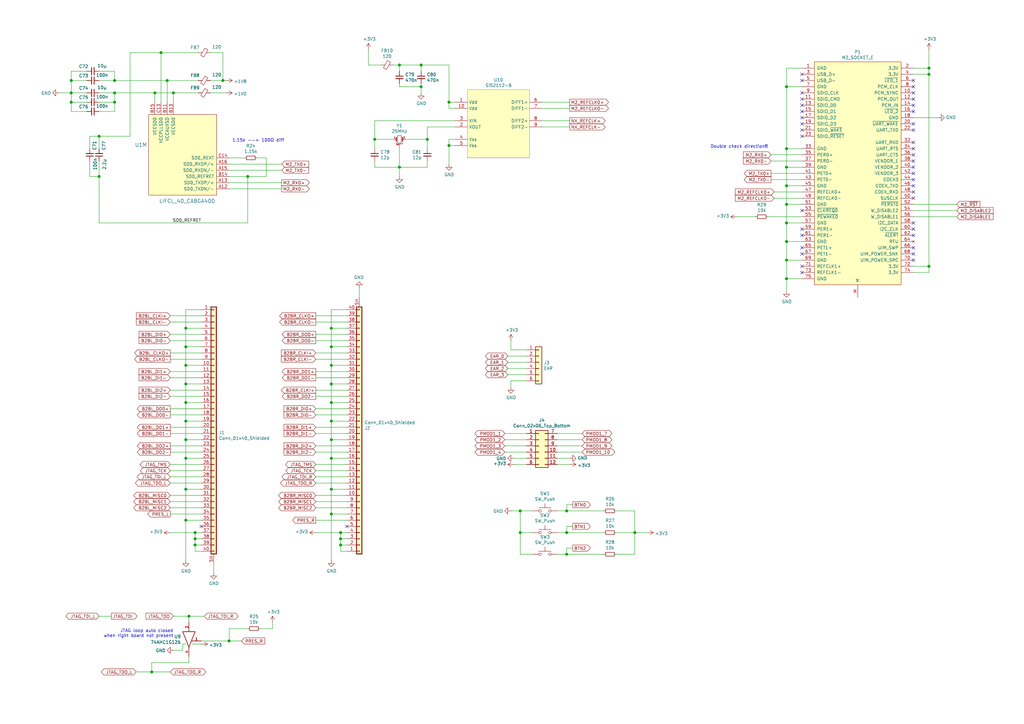
<source format=kicad_sch>
(kicad_sch (version 20210126) (generator eeschema)
  (paper "A3")
  (junction (at 29.21 33.02) (diameter 1.016))
  (junction (at 29.21 38.1) (diameter 1.016))
  (junction (at 29.21 41.91) (diameter 1.016))
  (junction (at 40.64 55.88) (diameter 1.016))
  (junction (at 40.64 72.39) (diameter 1.016))
  (junction (at 46.99 33.02) (diameter 1.016))
  (junction (at 46.99 38.1) (diameter 1.016))
  (junction (at 46.99 41.91) (diameter 1.016))
  (junction (at 62.23 275.59) (diameter 1.016))
  (junction (at 63.5 38.1) (diameter 1.016))
  (junction (at 66.04 21.59) (diameter 1.016))
  (junction (at 68.58 33.02) (diameter 1.016))
  (junction (at 71.12 38.1) (diameter 1.016))
  (junction (at 76.2 134.62) (diameter 1.016))
  (junction (at 76.2 142.24) (diameter 1.016))
  (junction (at 76.2 149.86) (diameter 1.016))
  (junction (at 76.2 157.48) (diameter 1.016))
  (junction (at 76.2 165.1) (diameter 1.016))
  (junction (at 76.2 172.72) (diameter 1.016))
  (junction (at 76.2 180.34) (diameter 1.016))
  (junction (at 76.2 187.96) (diameter 1.016))
  (junction (at 76.2 200.66) (diameter 1.016))
  (junction (at 76.2 213.36) (diameter 1.016))
  (junction (at 77.47 252.73) (diameter 1.016))
  (junction (at 80.01 218.44) (diameter 1.016))
  (junction (at 80.01 220.98) (diameter 1.016))
  (junction (at 80.01 223.52) (diameter 1.016))
  (junction (at 91.44 33.02) (diameter 1.016))
  (junction (at 93.98 262.89) (diameter 1.016))
  (junction (at 101.6 72.39) (diameter 1.016))
  (junction (at 135.89 134.62) (diameter 1.016))
  (junction (at 135.89 142.24) (diameter 1.016))
  (junction (at 135.89 149.86) (diameter 1.016))
  (junction (at 135.89 157.48) (diameter 1.016))
  (junction (at 135.89 165.1) (diameter 1.016))
  (junction (at 135.89 172.72) (diameter 1.016))
  (junction (at 135.89 180.34) (diameter 1.016))
  (junction (at 135.89 187.96) (diameter 1.016))
  (junction (at 135.89 200.66) (diameter 1.016))
  (junction (at 135.89 210.82) (diameter 1.016))
  (junction (at 139.7 218.44) (diameter 1.016))
  (junction (at 139.7 220.98) (diameter 1.016))
  (junction (at 139.7 223.52) (diameter 1.016))
  (junction (at 153.67 57.15) (diameter 1.016))
  (junction (at 163.83 26.67) (diameter 1.016))
  (junction (at 163.83 68.58) (diameter 1.016))
  (junction (at 172.72 26.67) (diameter 1.016))
  (junction (at 172.72 35.56) (diameter 1.016))
  (junction (at 175.26 57.15) (diameter 1.016))
  (junction (at 184.15 41.91) (diameter 1.016))
  (junction (at 184.15 59.69) (diameter 1.016))
  (junction (at 213.36 209.55) (diameter 1.016))
  (junction (at 213.36 218.44) (diameter 1.016))
  (junction (at 232.41 209.55) (diameter 1.016))
  (junction (at 232.41 218.44) (diameter 1.016))
  (junction (at 232.41 227.33) (diameter 1.016))
  (junction (at 260.35 218.44) (diameter 1.016))
  (junction (at 322.58 35.56) (diameter 1.016))
  (junction (at 322.58 60.96) (diameter 1.016))
  (junction (at 322.58 68.58) (diameter 1.016))
  (junction (at 322.58 76.2) (diameter 1.016))
  (junction (at 322.58 83.82) (diameter 1.016))
  (junction (at 322.58 91.44) (diameter 1.016))
  (junction (at 322.58 99.06) (diameter 1.016))
  (junction (at 322.58 106.68) (diameter 1.016))
  (junction (at 322.58 114.3) (diameter 1.016))
  (junction (at 381 27.94) (diameter 1.016))
  (junction (at 381 30.48) (diameter 1.016))
  (junction (at 381 109.22) (diameter 1.016))
  (no_connect (at 82.55 215.9))
  (no_connect (at 142.24 215.9))
  (no_connect (at 328.93 30.48))
  (no_connect (at 328.93 33.02))
  (no_connect (at 328.93 38.1))
  (no_connect (at 328.93 40.64))
  (no_connect (at 328.93 43.18))
  (no_connect (at 328.93 45.72))
  (no_connect (at 328.93 48.26))
  (no_connect (at 328.93 50.8))
  (no_connect (at 328.93 53.34))
  (no_connect (at 328.93 55.88))
  (no_connect (at 328.93 86.36))
  (no_connect (at 328.93 93.98))
  (no_connect (at 328.93 96.52))
  (no_connect (at 328.93 101.6))
  (no_connect (at 328.93 104.14))
  (no_connect (at 328.93 109.22))
  (no_connect (at 328.93 111.76))
  (no_connect (at 374.65 33.02))
  (no_connect (at 374.65 35.56))
  (no_connect (at 374.65 38.1))
  (no_connect (at 374.65 40.64))
  (no_connect (at 374.65 43.18))
  (no_connect (at 374.65 45.72))
  (no_connect (at 374.65 50.8))
  (no_connect (at 374.65 53.34))
  (no_connect (at 374.65 58.42))
  (no_connect (at 374.65 60.96))
  (no_connect (at 374.65 63.5))
  (no_connect (at 374.65 66.04))
  (no_connect (at 374.65 68.58))
  (no_connect (at 374.65 71.12))
  (no_connect (at 374.65 73.66))
  (no_connect (at 374.65 76.2))
  (no_connect (at 374.65 78.74))
  (no_connect (at 374.65 81.28))
  (no_connect (at 374.65 91.44))
  (no_connect (at 374.65 93.98))
  (no_connect (at 374.65 96.52))
  (no_connect (at 374.65 101.6))
  (no_connect (at 374.65 104.14))
  (no_connect (at 374.65 106.68))
  (wire (pts (xy 24.13 38.1) (xy 29.21 38.1)))
  (wire (pts (xy 29.21 29.21) (xy 29.21 33.02)))
  (wire (pts (xy 29.21 33.02) (xy 29.21 38.1)))
  (wire (pts (xy 29.21 33.02) (xy 35.56 33.02)))
  (wire (pts (xy 29.21 38.1) (xy 35.56 38.1)))
  (wire (pts (xy 29.21 41.91) (xy 29.21 38.1)))
  (wire (pts (xy 29.21 41.91) (xy 35.56 41.91)))
  (wire (pts (xy 29.21 45.72) (xy 29.21 41.91)))
  (wire (pts (xy 35.56 29.21) (xy 29.21 29.21)))
  (wire (pts (xy 35.56 45.72) (xy 29.21 45.72)))
  (wire (pts (xy 36.83 55.88) (xy 40.64 55.88)))
  (wire (pts (xy 36.83 60.96) (xy 36.83 55.88)))
  (wire (pts (xy 36.83 72.39) (xy 36.83 66.04)))
  (wire (pts (xy 40.64 33.02) (xy 46.99 33.02)))
  (wire (pts (xy 40.64 38.1) (xy 46.99 38.1)))
  (wire (pts (xy 40.64 41.91) (xy 46.99 41.91)))
  (wire (pts (xy 40.64 45.72) (xy 46.99 45.72)))
  (wire (pts (xy 40.64 55.88) (xy 40.64 60.96)))
  (wire (pts (xy 40.64 55.88) (xy 53.34 55.88)))
  (wire (pts (xy 40.64 66.04) (xy 40.64 72.39)))
  (wire (pts (xy 40.64 72.39) (xy 36.83 72.39)))
  (wire (pts (xy 40.64 72.39) (xy 40.64 91.44)))
  (wire (pts (xy 40.64 91.44) (xy 101.6 91.44)))
  (wire (pts (xy 40.64 252.73) (xy 45.72 252.73)))
  (wire (pts (xy 46.99 29.21) (xy 40.64 29.21)))
  (wire (pts (xy 46.99 33.02) (xy 46.99 29.21)))
  (wire (pts (xy 46.99 33.02) (xy 68.58 33.02)))
  (wire (pts (xy 46.99 38.1) (xy 63.5 38.1)))
  (wire (pts (xy 46.99 41.91) (xy 46.99 38.1)))
  (wire (pts (xy 46.99 45.72) (xy 46.99 41.91)))
  (wire (pts (xy 53.34 21.59) (xy 66.04 21.59)))
  (wire (pts (xy 53.34 55.88) (xy 53.34 21.59)))
  (wire (pts (xy 55.88 275.59) (xy 62.23 275.59)))
  (wire (pts (xy 62.23 271.78) (xy 62.23 275.59)))
  (wire (pts (xy 62.23 275.59) (xy 69.85 275.59)))
  (wire (pts (xy 63.5 38.1) (xy 71.12 38.1)))
  (wire (pts (xy 63.5 41.91) (xy 63.5 38.1)))
  (wire (pts (xy 66.04 21.59) (xy 66.04 41.91)))
  (wire (pts (xy 68.58 33.02) (xy 81.28 33.02)))
  (wire (pts (xy 68.58 41.91) (xy 68.58 33.02)))
  (wire (pts (xy 69.85 129.54) (xy 82.55 129.54)))
  (wire (pts (xy 69.85 132.08) (xy 82.55 132.08)))
  (wire (pts (xy 69.85 137.16) (xy 82.55 137.16)))
  (wire (pts (xy 69.85 139.7) (xy 82.55 139.7)))
  (wire (pts (xy 69.85 144.78) (xy 82.55 144.78)))
  (wire (pts (xy 69.85 147.32) (xy 82.55 147.32)))
  (wire (pts (xy 69.85 152.4) (xy 82.55 152.4)))
  (wire (pts (xy 69.85 154.94) (xy 82.55 154.94)))
  (wire (pts (xy 69.85 160.02) (xy 82.55 160.02)))
  (wire (pts (xy 69.85 162.56) (xy 82.55 162.56)))
  (wire (pts (xy 69.85 167.64) (xy 82.55 167.64)))
  (wire (pts (xy 69.85 170.18) (xy 82.55 170.18)))
  (wire (pts (xy 69.85 175.26) (xy 82.55 175.26)))
  (wire (pts (xy 69.85 177.8) (xy 82.55 177.8)))
  (wire (pts (xy 69.85 182.88) (xy 82.55 182.88)))
  (wire (pts (xy 69.85 185.42) (xy 82.55 185.42)))
  (wire (pts (xy 69.85 190.5) (xy 82.55 190.5)))
  (wire (pts (xy 69.85 193.04) (xy 82.55 193.04)))
  (wire (pts (xy 69.85 195.58) (xy 82.55 195.58)))
  (wire (pts (xy 69.85 198.12) (xy 82.55 198.12)))
  (wire (pts (xy 69.85 203.2) (xy 82.55 203.2)))
  (wire (pts (xy 69.85 205.74) (xy 82.55 205.74)))
  (wire (pts (xy 69.85 208.28) (xy 82.55 208.28)))
  (wire (pts (xy 69.85 210.82) (xy 82.55 210.82)))
  (wire (pts (xy 69.85 218.44) (xy 80.01 218.44)))
  (wire (pts (xy 71.12 38.1) (xy 71.12 41.91)))
  (wire (pts (xy 71.12 252.73) (xy 77.47 252.73)))
  (wire (pts (xy 74.93 264.16) (xy 74.93 266.7)))
  (wire (pts (xy 74.93 266.7) (xy 71.12 266.7)))
  (wire (pts (xy 76.2 127) (xy 82.55 127)))
  (wire (pts (xy 76.2 134.62) (xy 76.2 127)))
  (wire (pts (xy 76.2 134.62) (xy 82.55 134.62)))
  (wire (pts (xy 76.2 142.24) (xy 76.2 134.62)))
  (wire (pts (xy 76.2 142.24) (xy 82.55 142.24)))
  (wire (pts (xy 76.2 149.86) (xy 76.2 142.24)))
  (wire (pts (xy 76.2 149.86) (xy 82.55 149.86)))
  (wire (pts (xy 76.2 157.48) (xy 76.2 149.86)))
  (wire (pts (xy 76.2 157.48) (xy 82.55 157.48)))
  (wire (pts (xy 76.2 165.1) (xy 76.2 157.48)))
  (wire (pts (xy 76.2 165.1) (xy 82.55 165.1)))
  (wire (pts (xy 76.2 172.72) (xy 76.2 165.1)))
  (wire (pts (xy 76.2 172.72) (xy 82.55 172.72)))
  (wire (pts (xy 76.2 180.34) (xy 76.2 172.72)))
  (wire (pts (xy 76.2 180.34) (xy 82.55 180.34)))
  (wire (pts (xy 76.2 187.96) (xy 76.2 180.34)))
  (wire (pts (xy 76.2 187.96) (xy 82.55 187.96)))
  (wire (pts (xy 76.2 200.66) (xy 76.2 187.96)))
  (wire (pts (xy 76.2 200.66) (xy 82.55 200.66)))
  (wire (pts (xy 76.2 213.36) (xy 76.2 200.66)))
  (wire (pts (xy 76.2 213.36) (xy 82.55 213.36)))
  (wire (pts (xy 76.2 229.87) (xy 76.2 213.36)))
  (wire (pts (xy 76.2 264.16) (xy 74.93 264.16)))
  (wire (pts (xy 77.47 252.73) (xy 77.47 255.27)))
  (wire (pts (xy 77.47 252.73) (xy 83.82 252.73)))
  (wire (pts (xy 77.47 269.24) (xy 77.47 271.78)))
  (wire (pts (xy 77.47 271.78) (xy 62.23 271.78)))
  (wire (pts (xy 78.74 264.16) (xy 82.55 264.16)))
  (wire (pts (xy 80.01 218.44) (xy 82.55 218.44)))
  (wire (pts (xy 80.01 220.98) (xy 80.01 218.44)))
  (wire (pts (xy 80.01 223.52) (xy 80.01 220.98)))
  (wire (pts (xy 80.01 226.06) (xy 80.01 223.52)))
  (wire (pts (xy 81.28 21.59) (xy 66.04 21.59)))
  (wire (pts (xy 81.28 38.1) (xy 71.12 38.1)))
  (wire (pts (xy 82.55 220.98) (xy 80.01 220.98)))
  (wire (pts (xy 82.55 223.52) (xy 80.01 223.52)))
  (wire (pts (xy 82.55 226.06) (xy 80.01 226.06)))
  (wire (pts (xy 82.55 262.89) (xy 93.98 262.89)))
  (wire (pts (xy 86.36 21.59) (xy 91.44 21.59)))
  (wire (pts (xy 86.36 33.02) (xy 91.44 33.02)))
  (wire (pts (xy 86.36 38.1) (xy 92.71 38.1)))
  (wire (pts (xy 87.63 231.14) (xy 87.63 234.95)))
  (wire (pts (xy 91.44 21.59) (xy 91.44 33.02)))
  (wire (pts (xy 91.44 33.02) (xy 92.71 33.02)))
  (wire (pts (xy 93.98 64.77) (xy 100.33 64.77)))
  (wire (pts (xy 93.98 67.31) (xy 115.57 67.31)))
  (wire (pts (xy 93.98 69.85) (xy 115.57 69.85)))
  (wire (pts (xy 93.98 74.93) (xy 115.57 74.93)))
  (wire (pts (xy 93.98 77.47) (xy 115.57 77.47)))
  (wire (pts (xy 93.98 257.81) (xy 93.98 262.89)))
  (wire (pts (xy 93.98 262.89) (xy 99.06 262.89)))
  (wire (pts (xy 101.6 72.39) (xy 93.98 72.39)))
  (wire (pts (xy 101.6 91.44) (xy 101.6 72.39)))
  (wire (pts (xy 101.6 257.81) (xy 93.98 257.81)))
  (wire (pts (xy 105.41 64.77) (xy 109.22 64.77)))
  (wire (pts (xy 109.22 64.77) (xy 109.22 72.39)))
  (wire (pts (xy 109.22 72.39) (xy 101.6 72.39)))
  (wire (pts (xy 111.76 255.27) (xy 111.76 257.81)))
  (wire (pts (xy 111.76 257.81) (xy 106.68 257.81)))
  (wire (pts (xy 129.54 129.54) (xy 142.24 129.54)))
  (wire (pts (xy 129.54 132.08) (xy 142.24 132.08)))
  (wire (pts (xy 129.54 137.16) (xy 142.24 137.16)))
  (wire (pts (xy 129.54 139.7) (xy 142.24 139.7)))
  (wire (pts (xy 129.54 144.78) (xy 142.24 144.78)))
  (wire (pts (xy 129.54 147.32) (xy 142.24 147.32)))
  (wire (pts (xy 129.54 152.4) (xy 142.24 152.4)))
  (wire (pts (xy 129.54 154.94) (xy 142.24 154.94)))
  (wire (pts (xy 129.54 160.02) (xy 142.24 160.02)))
  (wire (pts (xy 129.54 162.56) (xy 142.24 162.56)))
  (wire (pts (xy 129.54 167.64) (xy 142.24 167.64)))
  (wire (pts (xy 129.54 170.18) (xy 142.24 170.18)))
  (wire (pts (xy 129.54 175.26) (xy 142.24 175.26)))
  (wire (pts (xy 129.54 177.8) (xy 142.24 177.8)))
  (wire (pts (xy 129.54 182.88) (xy 142.24 182.88)))
  (wire (pts (xy 129.54 185.42) (xy 142.24 185.42)))
  (wire (pts (xy 129.54 190.5) (xy 142.24 190.5)))
  (wire (pts (xy 129.54 193.04) (xy 142.24 193.04)))
  (wire (pts (xy 129.54 195.58) (xy 142.24 195.58)))
  (wire (pts (xy 129.54 198.12) (xy 142.24 198.12)))
  (wire (pts (xy 129.54 203.2) (xy 142.24 203.2)))
  (wire (pts (xy 129.54 205.74) (xy 142.24 205.74)))
  (wire (pts (xy 129.54 208.28) (xy 142.24 208.28)))
  (wire (pts (xy 129.54 213.36) (xy 142.24 213.36)))
  (wire (pts (xy 129.54 218.44) (xy 139.7 218.44)))
  (wire (pts (xy 135.89 127) (xy 142.24 127)))
  (wire (pts (xy 135.89 134.62) (xy 135.89 127)))
  (wire (pts (xy 135.89 134.62) (xy 142.24 134.62)))
  (wire (pts (xy 135.89 142.24) (xy 135.89 134.62)))
  (wire (pts (xy 135.89 142.24) (xy 142.24 142.24)))
  (wire (pts (xy 135.89 149.86) (xy 135.89 142.24)))
  (wire (pts (xy 135.89 149.86) (xy 142.24 149.86)))
  (wire (pts (xy 135.89 157.48) (xy 135.89 149.86)))
  (wire (pts (xy 135.89 157.48) (xy 142.24 157.48)))
  (wire (pts (xy 135.89 165.1) (xy 135.89 157.48)))
  (wire (pts (xy 135.89 165.1) (xy 142.24 165.1)))
  (wire (pts (xy 135.89 172.72) (xy 135.89 165.1)))
  (wire (pts (xy 135.89 172.72) (xy 142.24 172.72)))
  (wire (pts (xy 135.89 180.34) (xy 135.89 172.72)))
  (wire (pts (xy 135.89 180.34) (xy 142.24 180.34)))
  (wire (pts (xy 135.89 187.96) (xy 135.89 180.34)))
  (wire (pts (xy 135.89 187.96) (xy 142.24 187.96)))
  (wire (pts (xy 135.89 200.66) (xy 135.89 187.96)))
  (wire (pts (xy 135.89 200.66) (xy 135.89 210.82)))
  (wire (pts (xy 135.89 200.66) (xy 142.24 200.66)))
  (wire (pts (xy 135.89 210.82) (xy 135.89 229.87)))
  (wire (pts (xy 135.89 210.82) (xy 142.24 210.82)))
  (wire (pts (xy 139.7 218.44) (xy 142.24 218.44)))
  (wire (pts (xy 139.7 220.98) (xy 139.7 218.44)))
  (wire (pts (xy 139.7 223.52) (xy 139.7 220.98)))
  (wire (pts (xy 139.7 226.06) (xy 139.7 223.52)))
  (wire (pts (xy 142.24 220.98) (xy 139.7 220.98)))
  (wire (pts (xy 142.24 223.52) (xy 139.7 223.52)))
  (wire (pts (xy 142.24 226.06) (xy 139.7 226.06)))
  (wire (pts (xy 147.32 118.11) (xy 147.32 121.92)))
  (wire (pts (xy 151.13 20.32) (xy 151.13 26.67)))
  (wire (pts (xy 153.67 49.53) (xy 153.67 57.15)))
  (wire (pts (xy 153.67 57.15) (xy 153.67 60.96)))
  (wire (pts (xy 153.67 57.15) (xy 161.29 57.15)))
  (wire (pts (xy 153.67 66.04) (xy 153.67 68.58)))
  (wire (pts (xy 156.21 26.67) (xy 151.13 26.67)))
  (wire (pts (xy 161.29 26.67) (xy 163.83 26.67)))
  (wire (pts (xy 163.83 26.67) (xy 163.83 29.21)))
  (wire (pts (xy 163.83 26.67) (xy 172.72 26.67)))
  (wire (pts (xy 163.83 35.56) (xy 163.83 34.29)))
  (wire (pts (xy 163.83 59.69) (xy 163.83 68.58)))
  (wire (pts (xy 163.83 68.58) (xy 153.67 68.58)))
  (wire (pts (xy 163.83 68.58) (xy 163.83 72.39)))
  (wire (pts (xy 166.37 57.15) (xy 175.26 57.15)))
  (wire (pts (xy 172.72 26.67) (xy 172.72 29.21)))
  (wire (pts (xy 172.72 26.67) (xy 184.15 26.67)))
  (wire (pts (xy 172.72 34.29) (xy 172.72 35.56)))
  (wire (pts (xy 172.72 35.56) (xy 163.83 35.56)))
  (wire (pts (xy 172.72 35.56) (xy 172.72 38.1)))
  (wire (pts (xy 175.26 52.07) (xy 186.69 52.07)))
  (wire (pts (xy 175.26 57.15) (xy 175.26 52.07)))
  (wire (pts (xy 175.26 57.15) (xy 175.26 60.96)))
  (wire (pts (xy 175.26 66.04) (xy 175.26 68.58)))
  (wire (pts (xy 175.26 68.58) (xy 163.83 68.58)))
  (wire (pts (xy 184.15 26.67) (xy 184.15 41.91)))
  (wire (pts (xy 184.15 41.91) (xy 186.69 41.91)))
  (wire (pts (xy 184.15 44.45) (xy 184.15 41.91)))
  (wire (pts (xy 184.15 57.15) (xy 186.69 57.15)))
  (wire (pts (xy 184.15 59.69) (xy 184.15 57.15)))
  (wire (pts (xy 184.15 59.69) (xy 186.69 59.69)))
  (wire (pts (xy 184.15 67.31) (xy 184.15 59.69)))
  (wire (pts (xy 186.69 44.45) (xy 184.15 44.45)))
  (wire (pts (xy 186.69 49.53) (xy 153.67 49.53)))
  (wire (pts (xy 207.01 177.8) (xy 215.9 177.8)))
  (wire (pts (xy 207.01 180.34) (xy 215.9 180.34)))
  (wire (pts (xy 207.01 182.88) (xy 215.9 182.88)))
  (wire (pts (xy 207.01 185.42) (xy 215.9 185.42)))
  (wire (pts (xy 208.28 146.05) (xy 215.9 146.05)))
  (wire (pts (xy 208.28 148.59) (xy 215.9 148.59)))
  (wire (pts (xy 208.28 151.13) (xy 215.9 151.13)))
  (wire (pts (xy 208.28 153.67) (xy 215.9 153.67)))
  (wire (pts (xy 209.55 143.51) (xy 209.55 139.7)))
  (wire (pts (xy 209.55 156.21) (xy 215.9 156.21)))
  (wire (pts (xy 209.55 158.75) (xy 209.55 156.21)))
  (wire (pts (xy 209.55 209.55) (xy 213.36 209.55)))
  (wire (pts (xy 210.82 187.96) (xy 215.9 187.96)))
  (wire (pts (xy 210.82 190.5) (xy 215.9 190.5)))
  (wire (pts (xy 213.36 209.55) (xy 218.44 209.55)))
  (wire (pts (xy 213.36 218.44) (xy 213.36 209.55)))
  (wire (pts (xy 213.36 218.44) (xy 218.44 218.44)))
  (wire (pts (xy 213.36 227.33) (xy 213.36 218.44)))
  (wire (pts (xy 215.9 143.51) (xy 209.55 143.51)))
  (wire (pts (xy 218.44 227.33) (xy 213.36 227.33)))
  (wire (pts (xy 222.25 41.91) (xy 233.68 41.91)))
  (wire (pts (xy 222.25 44.45) (xy 233.68 44.45)))
  (wire (pts (xy 222.25 49.53) (xy 233.68 49.53)))
  (wire (pts (xy 222.25 52.07) (xy 233.68 52.07)))
  (wire (pts (xy 228.6 177.8) (xy 238.76 177.8)))
  (wire (pts (xy 228.6 180.34) (xy 238.76 180.34)))
  (wire (pts (xy 228.6 182.88) (xy 238.76 182.88)))
  (wire (pts (xy 228.6 185.42) (xy 238.76 185.42)))
  (wire (pts (xy 228.6 187.96) (xy 233.68 187.96)))
  (wire (pts (xy 228.6 190.5) (xy 233.68 190.5)))
  (wire (pts (xy 228.6 209.55) (xy 232.41 209.55)))
  (wire (pts (xy 228.6 218.44) (xy 232.41 218.44)))
  (wire (pts (xy 228.6 227.33) (xy 232.41 227.33)))
  (wire (pts (xy 232.41 207.01) (xy 232.41 209.55)))
  (wire (pts (xy 232.41 209.55) (xy 247.65 209.55)))
  (wire (pts (xy 232.41 215.9) (xy 232.41 218.44)))
  (wire (pts (xy 232.41 218.44) (xy 247.65 218.44)))
  (wire (pts (xy 232.41 224.79) (xy 232.41 227.33)))
  (wire (pts (xy 232.41 227.33) (xy 247.65 227.33)))
  (wire (pts (xy 234.95 207.01) (xy 232.41 207.01)))
  (wire (pts (xy 234.95 215.9) (xy 232.41 215.9)))
  (wire (pts (xy 234.95 224.79) (xy 232.41 224.79)))
  (wire (pts (xy 252.73 218.44) (xy 260.35 218.44)))
  (wire (pts (xy 252.73 227.33) (xy 260.35 227.33)))
  (wire (pts (xy 260.35 209.55) (xy 252.73 209.55)))
  (wire (pts (xy 260.35 218.44) (xy 260.35 209.55)))
  (wire (pts (xy 260.35 218.44) (xy 265.43 218.44)))
  (wire (pts (xy 260.35 227.33) (xy 260.35 218.44)))
  (wire (pts (xy 302.26 88.9) (xy 309.88 88.9)))
  (wire (pts (xy 314.96 88.9) (xy 328.93 88.9)))
  (wire (pts (xy 316.23 63.5) (xy 328.93 63.5)))
  (wire (pts (xy 316.23 66.04) (xy 328.93 66.04)))
  (wire (pts (xy 316.23 71.12) (xy 328.93 71.12)))
  (wire (pts (xy 316.23 73.66) (xy 328.93 73.66)))
  (wire (pts (xy 317.5 78.74) (xy 328.93 78.74)))
  (wire (pts (xy 317.5 81.28) (xy 328.93 81.28)))
  (wire (pts (xy 322.58 27.94) (xy 322.58 35.56)))
  (wire (pts (xy 322.58 35.56) (xy 322.58 60.96)))
  (wire (pts (xy 322.58 60.96) (xy 328.93 60.96)))
  (wire (pts (xy 322.58 68.58) (xy 322.58 60.96)))
  (wire (pts (xy 322.58 68.58) (xy 322.58 76.2)))
  (wire (pts (xy 322.58 76.2) (xy 322.58 83.82)))
  (wire (pts (xy 322.58 83.82) (xy 322.58 91.44)))
  (wire (pts (xy 322.58 91.44) (xy 328.93 91.44)))
  (wire (pts (xy 322.58 99.06) (xy 322.58 91.44)))
  (wire (pts (xy 322.58 99.06) (xy 328.93 99.06)))
  (wire (pts (xy 322.58 106.68) (xy 322.58 99.06)))
  (wire (pts (xy 322.58 106.68) (xy 328.93 106.68)))
  (wire (pts (xy 322.58 114.3) (xy 322.58 106.68)))
  (wire (pts (xy 322.58 114.3) (xy 328.93 114.3)))
  (wire (pts (xy 322.58 119.38) (xy 322.58 114.3)))
  (wire (pts (xy 328.93 27.94) (xy 322.58 27.94)))
  (wire (pts (xy 328.93 35.56) (xy 322.58 35.56)))
  (wire (pts (xy 328.93 68.58) (xy 322.58 68.58)))
  (wire (pts (xy 328.93 76.2) (xy 322.58 76.2)))
  (wire (pts (xy 328.93 83.82) (xy 322.58 83.82)))
  (wire (pts (xy 374.65 27.94) (xy 381 27.94)))
  (wire (pts (xy 374.65 48.26) (xy 384.81 48.26)))
  (wire (pts (xy 374.65 83.82) (xy 392.43 83.82)))
  (wire (pts (xy 374.65 86.36) (xy 392.43 86.36)))
  (wire (pts (xy 374.65 88.9) (xy 392.43 88.9)))
  (wire (pts (xy 374.65 111.76) (xy 381 111.76)))
  (wire (pts (xy 381 20.32) (xy 381 27.94)))
  (wire (pts (xy 381 27.94) (xy 381 30.48)))
  (wire (pts (xy 381 30.48) (xy 374.65 30.48)))
  (wire (pts (xy 381 109.22) (xy 374.65 109.22)))
  (wire (pts (xy 381 109.22) (xy 381 30.48)))
  (wire (pts (xy 381 111.76) (xy 381 109.22)))
  (text "JTAG loop auto closed\nwhen right board not present" (at 71.12 261.62 0) (effects (font (size 1.27 1.27)) (justify right bottom)))
  (text "1.15k --> 100Ω diff" (at 95.25 58.42 0) (effects (font (size 1.27 1.27)) (justify left bottom)))
  (text "Double check direction!!" (at 314.96 60.96 180) (effects (font (size 1.27 1.27)) (justify right bottom)))
  (label "SD0_REFRET" (at 82.55 91.44 180))
  (global_label "JTAG_TDI_L" (shape bidirectional) (at 40.64 252.73 180) (property "Intersheet References" "${INTERSHEET_REFS}" (effects hide)))
  (global_label "JTAG_TDI" (shape output) (at 45.72 252.73 0) (property "Intersheet References" "${INTERSHEET_REFS}" (effects hide)))
  (global_label "JTAG_TDO_L" (shape bidirectional) (at 55.88 275.59 180) (property "Intersheet References" "${INTERSHEET_REFS}" (effects hide)))
  (global_label "B2BL_CLKI+" (shape input) (at 69.85 129.54 180) (property "Intersheet References" "${INTERSHEET_REFS}" (effects hide)))
  (global_label "B2BL_CLKI-" (shape input) (at 69.85 132.08 180) (property "Intersheet References" "${INTERSHEET_REFS}" (effects hide)))
  (global_label "B2BL_DI0+" (shape input) (at 69.85 137.16 180) (property "Intersheet References" "${INTERSHEET_REFS}" (effects hide)))
  (global_label "B2BL_DI0-" (shape input) (at 69.85 139.7 180) (property "Intersheet References" "${INTERSHEET_REFS}" (effects hide)))
  (global_label "B2BL_CLKO+" (shape output) (at 69.85 144.78 180) (property "Intersheet References" "${INTERSHEET_REFS}" (effects hide)))
  (global_label "B2BL_CLKO-" (shape output) (at 69.85 147.32 180) (property "Intersheet References" "${INTERSHEET_REFS}" (effects hide)))
  (global_label "B2BL_DI1+" (shape input) (at 69.85 152.4 180) (property "Intersheet References" "${INTERSHEET_REFS}" (effects hide)))
  (global_label "B2BL_DI1-" (shape input) (at 69.85 154.94 180) (property "Intersheet References" "${INTERSHEET_REFS}" (effects hide)))
  (global_label "B2BL_DI2+" (shape input) (at 69.85 160.02 180) (property "Intersheet References" "${INTERSHEET_REFS}" (effects hide)))
  (global_label "B2BL_DI2-" (shape input) (at 69.85 162.56 180) (property "Intersheet References" "${INTERSHEET_REFS}" (effects hide)))
  (global_label "B2BL_DO0+" (shape output) (at 69.85 167.64 180) (property "Intersheet References" "${INTERSHEET_REFS}" (effects hide)))
  (global_label "B2BL_DO0-" (shape output) (at 69.85 170.18 180) (property "Intersheet References" "${INTERSHEET_REFS}" (effects hide)))
  (global_label "B2BL_DO1+" (shape output) (at 69.85 175.26 180) (property "Intersheet References" "${INTERSHEET_REFS}" (effects hide)))
  (global_label "B2BL_DO1-" (shape output) (at 69.85 177.8 180) (property "Intersheet References" "${INTERSHEET_REFS}" (effects hide)))
  (global_label "B2BL_DO2+" (shape output) (at 69.85 182.88 180) (property "Intersheet References" "${INTERSHEET_REFS}" (effects hide)))
  (global_label "B2BL_DO2-" (shape output) (at 69.85 185.42 180) (property "Intersheet References" "${INTERSHEET_REFS}" (effects hide)))
  (global_label "JTAG_TMS" (shape bidirectional) (at 69.85 190.5 180) (property "Intersheet References" "${INTERSHEET_REFS}" (effects hide)))
  (global_label "JTAG_TCK" (shape bidirectional) (at 69.85 193.04 180) (property "Intersheet References" "${INTERSHEET_REFS}" (effects hide)))
  (global_label "JTAG_TDI_L" (shape bidirectional) (at 69.85 195.58 180) (property "Intersheet References" "${INTERSHEET_REFS}" (effects hide)))
  (global_label "JTAG_TDO_L" (shape bidirectional) (at 69.85 198.12 180) (property "Intersheet References" "${INTERSHEET_REFS}" (effects hide)))
  (global_label "B2BL_MISC0" (shape bidirectional) (at 69.85 203.2 180) (property "Intersheet References" "${INTERSHEET_REFS}" (effects hide)))
  (global_label "B2BL_MISC1" (shape bidirectional) (at 69.85 205.74 180) (property "Intersheet References" "${INTERSHEET_REFS}" (effects hide)))
  (global_label "B2BL_MISC2" (shape bidirectional) (at 69.85 208.28 180) (property "Intersheet References" "${INTERSHEET_REFS}" (effects hide)))
  (global_label "PRES_L" (shape output) (at 69.85 210.82 180) (property "Intersheet References" "${INTERSHEET_REFS}" (effects hide)))
  (global_label "JTAG_TDO_R" (shape bidirectional) (at 69.85 275.59 0) (property "Intersheet References" "${INTERSHEET_REFS}" (effects hide)))
  (global_label "JTAG_TDO" (shape input) (at 71.12 252.73 180) (property "Intersheet References" "${INTERSHEET_REFS}" (effects hide)))
  (global_label "JTAG_TDI_R" (shape bidirectional) (at 83.82 252.73 0) (property "Intersheet References" "${INTERSHEET_REFS}" (effects hide)))
  (global_label "PRES_R" (shape input) (at 99.06 262.89 0) (property "Intersheet References" "${INTERSHEET_REFS}" (effects hide)))
  (global_label "M2_TX0+" (shape input) (at 115.57 67.31 0) (property "Intersheet References" "${INTERSHEET_REFS}" (effects hide)))
  (global_label "M2_TX0-" (shape input) (at 115.57 69.85 0) (property "Intersheet References" "${INTERSHEET_REFS}" (effects hide)))
  (global_label "M2_RX0+" (shape output) (at 115.57 74.93 0) (property "Intersheet References" "${INTERSHEET_REFS}" (effects hide)))
  (global_label "M2_RX0-" (shape output) (at 115.57 77.47 0) (property "Intersheet References" "${INTERSHEET_REFS}" (effects hide)))
  (global_label "B2BR_CLKO+" (shape output) (at 129.54 129.54 180) (property "Intersheet References" "${INTERSHEET_REFS}" (effects hide)))
  (global_label "B2BR_CLKO-" (shape output) (at 129.54 132.08 180) (property "Intersheet References" "${INTERSHEET_REFS}" (effects hide)))
  (global_label "B2BR_DO0+" (shape output) (at 129.54 137.16 180) (property "Intersheet References" "${INTERSHEET_REFS}" (effects hide)))
  (global_label "B2BR_DO0-" (shape output) (at 129.54 139.7 180) (property "Intersheet References" "${INTERSHEET_REFS}" (effects hide)))
  (global_label "B2BR_CLKI+" (shape input) (at 129.54 144.78 180) (property "Intersheet References" "${INTERSHEET_REFS}" (effects hide)))
  (global_label "B2BR_CLKI-" (shape input) (at 129.54 147.32 180) (property "Intersheet References" "${INTERSHEET_REFS}" (effects hide)))
  (global_label "B2BR_DO1+" (shape output) (at 129.54 152.4 180) (property "Intersheet References" "${INTERSHEET_REFS}" (effects hide)))
  (global_label "B2BR_DO1-" (shape output) (at 129.54 154.94 180) (property "Intersheet References" "${INTERSHEET_REFS}" (effects hide)))
  (global_label "B2BR_CLKI+" (shape output) (at 129.54 160.02 180) (property "Intersheet References" "${INTERSHEET_REFS}" (effects hide)))
  (global_label "B2BR_DO2-" (shape output) (at 129.54 162.56 180) (property "Intersheet References" "${INTERSHEET_REFS}" (effects hide)))
  (global_label "B2BR_DI0+" (shape input) (at 129.54 167.64 180) (property "Intersheet References" "${INTERSHEET_REFS}" (effects hide)))
  (global_label "B2BR_DI0-" (shape input) (at 129.54 170.18 180) (property "Intersheet References" "${INTERSHEET_REFS}" (effects hide)))
  (global_label "B2BR_DI1+" (shape input) (at 129.54 175.26 180) (property "Intersheet References" "${INTERSHEET_REFS}" (effects hide)))
  (global_label "B2BR_DI1-" (shape input) (at 129.54 177.8 180) (property "Intersheet References" "${INTERSHEET_REFS}" (effects hide)))
  (global_label "B2BR_DI2+" (shape input) (at 129.54 182.88 180) (property "Intersheet References" "${INTERSHEET_REFS}" (effects hide)))
  (global_label "B2BR_DI2-" (shape input) (at 129.54 185.42 180) (property "Intersheet References" "${INTERSHEET_REFS}" (effects hide)))
  (global_label "JTAG_TMS" (shape bidirectional) (at 129.54 190.5 180) (property "Intersheet References" "${INTERSHEET_REFS}" (effects hide)))
  (global_label "JTAG_TCK" (shape bidirectional) (at 129.54 193.04 180) (property "Intersheet References" "${INTERSHEET_REFS}" (effects hide)))
  (global_label "JTAG_TDI_R" (shape bidirectional) (at 129.54 195.58 180) (property "Intersheet References" "${INTERSHEET_REFS}" (effects hide)))
  (global_label "JTAG_TDO_R" (shape bidirectional) (at 129.54 198.12 180) (property "Intersheet References" "${INTERSHEET_REFS}" (effects hide)))
  (global_label "B2BR_MISC0" (shape bidirectional) (at 129.54 203.2 180) (property "Intersheet References" "${INTERSHEET_REFS}" (effects hide)))
  (global_label "B2BR_MISC1" (shape bidirectional) (at 129.54 205.74 180) (property "Intersheet References" "${INTERSHEET_REFS}" (effects hide)))
  (global_label "B2BR_MISC2" (shape bidirectional) (at 129.54 208.28 180) (property "Intersheet References" "${INTERSHEET_REFS}" (effects hide)))
  (global_label "PRES_R" (shape output) (at 129.54 213.36 180) (property "Intersheet References" "${INTERSHEET_REFS}" (effects hide)))
  (global_label "PMOD1_1" (shape bidirectional) (at 207.01 177.8 180) (property "Intersheet References" "${INTERSHEET_REFS}" (effects hide)))
  (global_label "PMOD1_2" (shape bidirectional) (at 207.01 180.34 180) (property "Intersheet References" "${INTERSHEET_REFS}" (effects hide)))
  (global_label "PMOD1_3" (shape bidirectional) (at 207.01 182.88 180) (property "Intersheet References" "${INTERSHEET_REFS}" (effects hide)))
  (global_label "PMOD1_4" (shape bidirectional) (at 207.01 185.42 180) (property "Intersheet References" "${INTERSHEET_REFS}" (effects hide)))
  (global_label "EAR_0" (shape bidirectional) (at 208.28 146.05 180) (property "Intersheet References" "${INTERSHEET_REFS}" (effects hide)))
  (global_label "EAR_1" (shape bidirectional) (at 208.28 148.59 180) (property "Intersheet References" "${INTERSHEET_REFS}" (effects hide)))
  (global_label "EAR_2" (shape bidirectional) (at 208.28 151.13 180) (property "Intersheet References" "${INTERSHEET_REFS}" (effects hide)))
  (global_label "EAR_3" (shape bidirectional) (at 208.28 153.67 180) (property "Intersheet References" "${INTERSHEET_REFS}" (effects hide)))
  (global_label "M2_REFCLK0+" (shape output) (at 233.68 41.91 0) (property "Intersheet References" "${INTERSHEET_REFS}" (effects hide)))
  (global_label "M2_REFCLK0-" (shape output) (at 233.68 44.45 0) (property "Intersheet References" "${INTERSHEET_REFS}" (effects hide)))
  (global_label "NX_REFCLK+" (shape output) (at 233.68 49.53 0) (property "Intersheet References" "${INTERSHEET_REFS}" (effects hide)))
  (global_label "NX_REFCLK-" (shape output) (at 233.68 52.07 0) (property "Intersheet References" "${INTERSHEET_REFS}" (effects hide)))
  (global_label "BTN0" (shape output) (at 234.95 207.01 0) (property "Intersheet References" "${INTERSHEET_REFS}" (effects hide)))
  (global_label "BTN1" (shape output) (at 234.95 215.9 0) (property "Intersheet References" "${INTERSHEET_REFS}" (effects hide)))
  (global_label "BTN2" (shape output) (at 234.95 224.79 0) (property "Intersheet References" "${INTERSHEET_REFS}" (effects hide)))
  (global_label "PMOD1_7" (shape bidirectional) (at 238.76 177.8 0) (property "Intersheet References" "${INTERSHEET_REFS}" (effects hide)))
  (global_label "PMOD1_8" (shape bidirectional) (at 238.76 180.34 0) (property "Intersheet References" "${INTERSHEET_REFS}" (effects hide)))
  (global_label "PMOD1_9" (shape bidirectional) (at 238.76 182.88 0) (property "Intersheet References" "${INTERSHEET_REFS}" (effects hide)))
  (global_label "PMOD1_10" (shape bidirectional) (at 238.76 185.42 0) (property "Intersheet References" "${INTERSHEET_REFS}" (effects hide)))
  (global_label "M2_RX0+" (shape input) (at 316.23 63.5 180) (property "Intersheet References" "${INTERSHEET_REFS}" (effects hide)))
  (global_label "M2_RX0-" (shape input) (at 316.23 66.04 180) (property "Intersheet References" "${INTERSHEET_REFS}" (effects hide)))
  (global_label "M2_TX0+" (shape output) (at 316.23 71.12 180) (property "Intersheet References" "${INTERSHEET_REFS}" (effects hide)))
  (global_label "M2_TX0-" (shape output) (at 316.23 73.66 180) (property "Intersheet References" "${INTERSHEET_REFS}" (effects hide)))
  (global_label "M2_REFCLK0+" (shape input) (at 317.5 78.74 180) (property "Intersheet References" "${INTERSHEET_REFS}" (effects hide)))
  (global_label "M2_REFCLK0-" (shape input) (at 317.5 81.28 180) (property "Intersheet References" "${INTERSHEET_REFS}" (effects hide)))
  (global_label "M2_~RST" (shape input) (at 392.43 83.82 0) (property "Intersheet References" "${INTERSHEET_REFS}" (effects hide)))
  (global_label "M2_DISABLE2" (shape input) (at 392.43 86.36 0) (property "Intersheet References" "${INTERSHEET_REFS}" (effects hide)))
  (global_label "M2_DISABLE1" (shape input) (at 392.43 88.9 0) (property "Intersheet References" "${INTERSHEET_REFS}" (effects hide)))
  (symbol (lib_id "power:+3V3") (at 69.85 218.44 90) (unit 1)
    (property "Reference" "#PWR081" (effects hide))
    (property "Value" "+3V3" (at 66.6749 218.0717 90) (effects (justify left)))
  )
  (symbol (lib_id "power:+3V3") (at 82.55 264.16 270) (unit 1)
    (property "Reference" "#PWR084" (effects hide))
    (property "Value" "+3V3" (at 85.7251 264.5283 90) (effects (justify left)))
  )
  (symbol (lib_id "power:+1V8") (at 92.71 33.02 270) (unit 1)
    (property "Reference" "#PWR086" (effects hide))
    (property "Value" "+1V8" (at 95.8851 33.3883 90) (effects (justify left)))
  )
  (symbol (lib_id "power:+1V0") (at 92.71 38.1 270) (unit 1)
    (property "Reference" "#PWR087" (effects hide))
    (property "Value" "+1V0" (at 95.8851 38.4683 90) (effects (justify left)))
  )
  (symbol (lib_id "power:+3V3") (at 111.76 255.27 0) (unit 1)
    (property "Reference" "#PWR088" (effects hide))
    (property "Value" "+3V3" (at 112.1283 250.9456 0))
  )
  (symbol (lib_id "power:+3V3") (at 129.54 218.44 90) (unit 1)
    (property "Reference" "#PWR089" (effects hide))
    (property "Value" "+3V3" (at 126.3649 218.0717 90) (effects (justify left)))
  )
  (symbol (lib_id "power:+3V3") (at 151.13 20.32 0) (unit 1)
    (property "Reference" "#PWR092" (effects hide))
    (property "Value" "+3V3" (at 151.4983 15.9956 0))
  )
  (symbol (lib_id "power:+3V3") (at 209.55 139.7 0) (unit 1)
    (property "Reference" "#PWR096" (effects hide))
    (property "Value" "+3V3" (at 209.9183 135.3756 0))
  )
  (symbol (lib_id "power:+3V3") (at 210.82 190.5 90) (unit 1)
    (property "Reference" "#PWR0100" (effects hide))
    (property "Value" "+3V3" (at 207.6449 190.1317 90) (effects (justify left)))
  )
  (symbol (lib_id "power:+3V3") (at 233.68 190.5 270) (unit 1)
    (property "Reference" "#PWR0102" (effects hide))
    (property "Value" "+3V3" (at 236.8551 190.8683 90) (effects (justify left)))
  )
  (symbol (lib_id "power:+3V3") (at 265.43 218.44 270) (unit 1)
    (property "Reference" "#PWR0103" (effects hide))
    (property "Value" "+3V3" (at 268.6051 218.8083 90) (effects (justify left)))
  )
  (symbol (lib_id "power:+3V3") (at 302.26 88.9 90) (unit 1)
    (property "Reference" "#PWR0104" (effects hide))
    (property "Value" "+3V3" (at 299.0849 88.5317 90) (effects (justify left)))
  )
  (symbol (lib_id "power:+3V3") (at 381 20.32 0) (unit 1)
    (property "Reference" "#PWR0106" (effects hide))
    (property "Value" "+3V3" (at 381.3683 15.9956 0))
  )
  (symbol (lib_id "power:GND") (at 24.13 38.1 270) (unit 1)
    (property "Reference" "#PWR080" (effects hide))
    (property "Value" "GND" (at 20.955 38.2143 90) (effects (justify right)))
  )
  (symbol (lib_id "power:GND") (at 71.12 266.7 270) (unit 1)
    (property "Reference" "#PWR082" (effects hide))
    (property "Value" "GND" (at 67.945 266.8143 90) (effects (justify right)))
  )
  (symbol (lib_id "power:GND") (at 76.2 229.87 0) (unit 1)
    (property "Reference" "#PWR083" (effects hide))
    (property "Value" "GND" (at 76.3143 234.1944 0))
  )
  (symbol (lib_id "power:GND") (at 87.63 234.95 0) (unit 1)
    (property "Reference" "#PWR085" (effects hide))
    (property "Value" "GND" (at 87.7443 239.2744 0))
  )
  (symbol (lib_id "power:GND") (at 135.89 229.87 0) (unit 1)
    (property "Reference" "#PWR090" (effects hide))
    (property "Value" "GND" (at 136.0043 234.1944 0))
  )
  (symbol (lib_id "power:GND") (at 147.32 118.11 180) (unit 1)
    (property "Reference" "#PWR091" (effects hide))
    (property "Value" "GND" (at 147.2057 113.7856 0))
  )
  (symbol (lib_id "power:GND") (at 163.83 72.39 0) (unit 1)
    (property "Reference" "#PWR093" (effects hide))
    (property "Value" "GND" (at 163.9443 76.7144 0))
  )
  (symbol (lib_id "power:GND") (at 172.72 38.1 0) (unit 1)
    (property "Reference" "#PWR094" (effects hide))
    (property "Value" "GND" (at 172.8343 42.4244 0))
  )
  (symbol (lib_id "power:GND") (at 184.15 67.31 0) (unit 1)
    (property "Reference" "#PWR095" (effects hide))
    (property "Value" "GND" (at 184.2643 71.6344 0))
  )
  (symbol (lib_id "power:GND") (at 209.55 158.75 0) (unit 1)
    (property "Reference" "#PWR097" (effects hide))
    (property "Value" "GND" (at 209.6643 163.0744 0))
  )
  (symbol (lib_id "power:GND") (at 209.55 209.55 270) (unit 1)
    (property "Reference" "#PWR098" (effects hide))
    (property "Value" "GND" (at 206.375 209.6643 90) (effects (justify right)))
  )
  (symbol (lib_id "power:GND") (at 210.82 187.96 270) (unit 1)
    (property "Reference" "#PWR099" (effects hide))
    (property "Value" "GND" (at 207.645 188.0743 90) (effects (justify right)))
  )
  (symbol (lib_id "power:GND") (at 233.68 187.96 90) (unit 1)
    (property "Reference" "#PWR0101" (effects hide))
    (property "Value" "GND" (at 236.8551 187.8457 90) (effects (justify right)))
  )
  (symbol (lib_id "power:GND") (at 322.58 119.38 0) (unit 1)
    (property "Reference" "#PWR0105" (effects hide))
    (property "Value" "GND" (at 322.6943 123.7044 0))
  )
  (symbol (lib_id "power:GND") (at 384.81 48.26 90) (unit 1)
    (property "Reference" "#PWR0107" (effects hide))
    (property "Value" "GND" (at 387.9851 48.1457 90) (effects (justify right)))
  )
  (symbol (lib_id "Device:R_Small") (at 102.87 64.77 90) (unit 1)
    (property "Reference" "R24" (at 102.87 59.8232 90))
    (property "Value" "1.15k" (at 102.87 62.122 90))
    (property "Footprint" "Resistor_SMD:R_0402_1005Metric" (effects hide))
  )
  (symbol (lib_id "Device:R_Small") (at 104.14 257.81 90) (unit 1)
    (property "Reference" "R25" (at 104.14 252.8632 90))
    (property "Value" "10k" (at 104.14 255.162 90))
    (property "Footprint" "Resistor_SMD:R_0402_1005Metric" (effects hide))
  )
  (symbol (lib_id "Device:R_Small") (at 250.19 209.55 90) (unit 1)
    (property "Reference" "R26" (at 250.19 204.6032 90))
    (property "Value" "10k" (at 250.19 206.902 90))
    (property "Footprint" "Resistor_SMD:R_0402_1005Metric" (effects hide))
  )
  (symbol (lib_id "Device:R_Small") (at 250.19 218.44 90) (unit 1)
    (property "Reference" "R27" (at 250.19 213.4932 90))
    (property "Value" "10k" (at 250.19 215.792 90))
    (property "Footprint" "Resistor_SMD:R_0402_1005Metric" (effects hide))
  )
  (symbol (lib_id "Device:R_Small") (at 250.19 227.33 90) (unit 1)
    (property "Reference" "R28" (at 250.19 222.3832 90))
    (property "Value" "10k" (at 250.19 224.682 90))
    (property "Footprint" "Resistor_SMD:R_0402_1005Metric" (effects hide))
  )
  (symbol (lib_id "Device:R_Small") (at 312.42 88.9 90) (unit 1)
    (property "Reference" "R29" (at 312.42 83.9532 90))
    (property "Value" "10k" (at 312.42 86.252 90))
    (property "Footprint" "Resistor_SMD:R_0402_1005Metric" (effects hide))
  )
  (symbol (lib_id "Device:C_Small") (at 36.83 63.5 180) (unit 1)
    (property "Reference" "C71" (at 38.7923 59.69 90))
    (property "Value" "100n" (at 39.034 67.31 90))
    (property "Footprint" "Capacitor_SMD:C_0402_1005Metric" (effects hide))
  )
  (symbol (lib_id "Device:C_Small") (at 38.1 29.21 270) (unit 1)
    (property "Reference" "C72" (at 34.29 27.2477 90))
    (property "Value" "10µ" (at 41.91 27.006 90))
    (property "Footprint" "Capacitor_SMD:C_0805_2012Metric" (effects hide))
  )
  (symbol (lib_id "Device:C_Small") (at 38.1 33.02 270) (unit 1)
    (property "Reference" "C73" (at 34.29 31.0577 90))
    (property "Value" "100n" (at 41.91 30.816 90))
    (property "Footprint" "Capacitor_SMD:C_0402_1005Metric" (effects hide))
  )
  (symbol (lib_id "Device:C_Small") (at 38.1 38.1 270) (unit 1)
    (property "Reference" "C74" (at 34.29 36.1377 90))
    (property "Value" "10µ" (at 41.91 35.896 90))
    (property "Footprint" "Capacitor_SMD:C_0805_2012Metric" (effects hide))
  )
  (symbol (lib_id "Device:C_Small") (at 38.1 41.91 270) (unit 1)
    (property "Reference" "C75" (at 34.29 39.9477 90))
    (property "Value" "100n" (at 41.91 39.706 90))
    (property "Footprint" "Capacitor_SMD:C_0402_1005Metric" (effects hide))
  )
  (symbol (lib_id "Device:C_Small") (at 38.1 45.72 270) (unit 1)
    (property "Reference" "C76" (at 34.29 43.7577 90))
    (property "Value" "100n" (at 41.91 43.516 90))
    (property "Footprint" "Capacitor_SMD:C_0402_1005Metric" (effects hide))
  )
  (symbol (lib_id "Device:C_Small") (at 40.64 63.5 180) (unit 1)
    (property "Reference" "C77" (at 42.6023 59.69 90))
    (property "Value" "2.2µ" (at 42.844 67.31 90))
    (property "Footprint" "Capacitor_SMD:C_0603_1608Metric" (effects hide))
  )
  (symbol (lib_id "Device:C_Small") (at 153.67 63.5 0) (unit 1)
    (property "Reference" "C78" (at 155.9942 62.3506 0) (effects (justify left)))
    (property "Value" "12p" (at 155.994 64.649 0) (effects (justify left)))
    (property "Footprint" "Capacitor_SMD:C_0402_1005Metric" (effects hide))
  )
  (symbol (lib_id "Device:C_Small") (at 163.83 31.75 0) (unit 1)
    (property "Reference" "C79" (at 166.1542 30.6006 0) (effects (justify left)))
    (property "Value" "470n" (at 166.154 32.899 0) (effects (justify left)))
    (property "Footprint" "Capacitor_SMD:C_0402_1005Metric" (effects hide))
  )
  (symbol (lib_id "Device:C_Small") (at 172.72 31.75 0) (unit 1)
    (property "Reference" "C80" (at 175.0442 30.6006 0) (effects (justify left)))
    (property "Value" "470n" (at 175.044 32.899 0) (effects (justify left)))
    (property "Footprint" "Capacitor_SMD:C_0402_1005Metric" (effects hide))
  )
  (symbol (lib_id "Device:C_Small") (at 175.26 63.5 0) (mirror y) (unit 1)
    (property "Reference" "C81" (at 172.9358 62.3506 0) (effects (justify left)))
    (property "Value" "12p" (at 172.936 64.649 0) (effects (justify left)))
    (property "Footprint" "Capacitor_SMD:C_0402_1005Metric" (effects hide))
  )
  (symbol (lib_id "Device:FerriteBead_Small") (at 83.82 21.59 90) (unit 1)
    (property "Reference" "FB7" (at 80.01 19.488 90))
    (property "Value" "120" (at 88.9 19.247 90))
    (property "Footprint" "Inductor_SMD:L_0603_1608Metric" (effects hide))
  )
  (symbol (lib_id "Device:FerriteBead_Small") (at 83.82 33.02 90) (unit 1)
    (property "Reference" "FB8" (at 80.01 30.918 90))
    (property "Value" "120" (at 88.9 30.677 90))
    (property "Footprint" "Inductor_SMD:L_0603_1608Metric" (effects hide))
  )
  (symbol (lib_id "Device:FerriteBead_Small") (at 83.82 38.1 90) (unit 1)
    (property "Reference" "FB9" (at 80.01 35.998 90))
    (property "Value" "120" (at 88.9 35.757 90))
    (property "Footprint" "Inductor_SMD:L_0603_1608Metric" (effects hide))
  )
  (symbol (lib_id "Device:FerriteBead_Small") (at 158.75 26.67 90) (unit 1)
    (property "Reference" "FB10" (at 158.75 20.758 90))
    (property "Value" "120" (at 158.75 23.057 90))
    (property "Footprint" "Inductor_SMD:L_0603_1608Metric" (effects hide))
  )
  (symbol (lib_id "Device:Crystal_GND3_Small") (at 163.83 57.15 0) (unit 1)
    (property "Reference" "Y1" (at 163.83 51.5428 0))
    (property "Value" "25MHz" (at 163.83 53.841 0))
  )
  (symbol (lib_id "Switch:SW_Push") (at 223.52 209.55 0) (unit 1)
    (property "Reference" "SW1" (at 223.52 202.4188 0))
    (property "Value" "SW_Push" (at 223.52 204.7175 0))
    (property "Footprint" "Button_Switch_THT:SW_Tactile_SPST_Angled_PTS645Vx31-2LFS" (effects hide))
  )
  (symbol (lib_id "Switch:SW_Push") (at 223.52 218.44 0) (unit 1)
    (property "Reference" "SW2" (at 223.52 211.3088 0))
    (property "Value" "SW_Push" (at 223.52 213.6075 0))
    (property "Footprint" "Button_Switch_THT:SW_Tactile_SPST_Angled_PTS645Vx31-2LFS" (effects hide))
  )
  (symbol (lib_id "Switch:SW_Push") (at 223.52 227.33 0) (unit 1)
    (property "Reference" "SW3" (at 223.52 220.1988 0))
    (property "Value" "SW_Push" (at 223.52 222.4975 0))
    (property "Footprint" "Button_Switch_THT:SW_Tactile_SPST_Angled_PTS645Vx31-2LFS" (effects hide))
  )
  (symbol (lib_id "Connector_Generic:Conn_01x06") (at 220.98 148.59 0) (unit 1)
    (property "Reference" "J3" (at 223.0121 148.7614 0) (effects (justify left)))
    (property "Value" "EAR" (at 223.012 151.06 0) (effects (justify left)))
    (property "Footprint" "Connector_PinHeader_2.54mm:PinHeader_2x03_P2.54mm_Horizontal" (effects hide))
  )
  (symbol (lib_id "74xGxx:74AHC1G126") (at 77.47 262.89 270) (unit 1)
    (property "Reference" "U9" (at 74.1679 261.1056 90) (effects (justify right)))
    (property "Value" "74AHC1G126" (at 74.1679 263.4043 90) (effects (justify right)))
    (property "Footprint" "Package_TO_SOT_SMD:SOT-23-5" (effects hide))
    (property "Datasheet" "http://www.ti.com/lit/sg/scyt129e/scyt129e.pdf" (effects hide))
  )
  (symbol (lib_id "Connector_Generic:Conn_02x06_Top_Bottom") (at 220.98 182.88 0) (unit 1)
    (property "Reference" "J4" (at 222.25 172.3198 0))
    (property "Value" "Conn_02x06_Top_Bottom" (at 222.25 174.6185 0))
    (property "Footprint" "Connector_PinSocket_2.54mm:PinSocket_2x06_P2.54mm_Horizontal" (effects hide))
  )
  (symbol (lib_id "Connector_Generic_Shielded:Conn_01x40_Shielded") (at 87.63 175.26 0) (unit 1)
    (property "Reference" "J1" (at 89.7637 177.438 0) (effects (justify left)))
    (property "Value" "Conn_01x40_Shielded" (at 89.7637 179.7367 0) (effects (justify left)))
    (property "Footprint" "meowality:TE_FPC_40pin_p0.5mm_4-1734839-0" (effects hide))
  )
  (symbol (lib_id "Connector_Generic_Shielded:Conn_01x40_Shielded") (at 147.32 177.8 0) (mirror x) (unit 1)
    (property "Reference" "J2" (at 149.4537 175.622 0) (effects (justify left)))
    (property "Value" "Conn_01x40_Shielded" (at 149.4537 173.3233 0) (effects (justify left)))
    (property "Footprint" "meowality:TE_FPC_40pin_p0.5mm_4-1734839-0" (effects hide))
  )
  (symbol (lib_id "meowality:Si52112-B") (at 204.47 64.77 0) (unit 1)
    (property "Reference" "U10" (at 204.47 32.7463 0))
    (property "Value" "Si52112-B" (at 204.47 35.045 0))
  )
  (symbol (lib_id "meowality:LIFCL_40_CABGA400") (at 93.98 64.77 0) (mirror y) (unit 13)
    (property "Reference" "U1" (at 60.325 59.4157 0) (effects (font (size 1.524 1.524)) (justify left)))
    (property "Value" "LIFCL_40_CABGA400" (at 88.265 82.4433 0) (effects (font (size 1.524 1.524)) (justify left)))
    (property "Footprint" "meowality:BGA-400_20x20_17.0x17.0mm" (effects hide))
    (property "manf#" "LIFCL_40" (effects hide))
  )
  (symbol (lib_id "meowality:M2_SOCKET_E") (at 351.79 58.42 0) (unit 1)
    (property "Reference" "P1" (at 351.79 21.3168 0))
    (property "Value" "M2_SOCKET_E" (at 351.79 23.6155 0))
    (property "Footprint" "meowality:2199230-4" (effects hide))
  )
)
</source>
